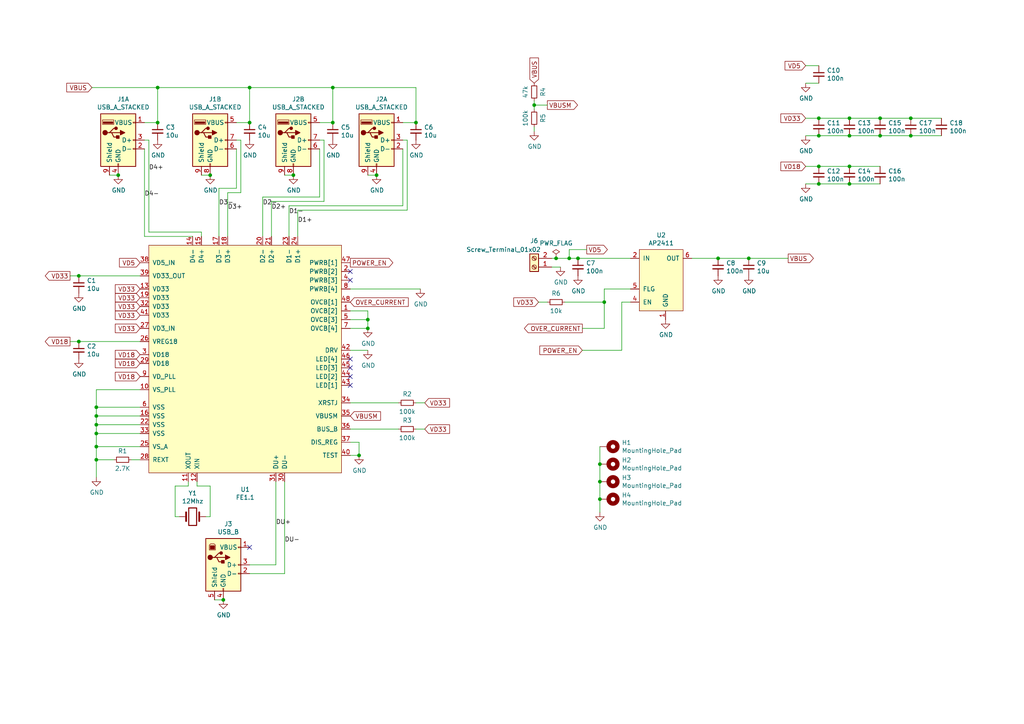
<source format=kicad_sch>
(kicad_sch (version 20211123) (generator eeschema)
  (paper "A4")
  (lib_symbols
    (symbol "Connector:Screw_Terminal_01x02" (pin_names (offset 1.016) hide)
      (property "Reference" "J" (at 0 2.54 0))
      (property "Value" "Screw_Terminal_01x02" (at 0 -5.08 0))
      (symbol "Screw_Terminal_01x02_1_1"
        (rectangle (start -1.27 1.27) (end 1.27 -3.81) (stroke (width 0.254)) (fill (type background)))
        (circle (center 0 -2.54) (radius 0.635) (stroke (width 0.1524)))
        (polyline (pts (xy -0.5334 -2.2098) (xy 0.3302 -3.048)) (stroke (width 0.1524)))
        (polyline (pts (xy -0.5334 0.3302) (xy 0.3302 -0.508)) (stroke (width 0.1524)))
        (polyline (pts (xy -0.3556 -2.032) (xy 0.508 -2.8702)) (stroke (width 0.1524)))
        (polyline (pts (xy -0.3556 0.508) (xy 0.508 -0.3302)) (stroke (width 0.1524)))
        (circle (center 0 0) (radius 0.635) (stroke (width 0.1524)))
        (pin passive line (at -5.08 0 0) (length 3.81) (name "Pin_1") (number "1"))
        (pin passive line (at -5.08 -2.54 0) (length 3.81) (name "Pin_2") (number "2"))
      )
    )
    (symbol "Connector:USB_B" (pin_names (offset 1.016))
      (property "Reference" "J" (at -5.08 11.43 0))
      (property "Value" "USB_B" (at -5.08 8.89 0))
      (symbol "USB_B_0_1"
        (rectangle (start -5.08 -7.62) (end 5.08 7.62) (stroke (width 0.254)) (fill (type background)))
        (circle (center -3.81 2.159) (radius 0.635) (stroke (width 0.254)) (fill (type outline)))
        (rectangle (start -3.81 5.588) (end -2.54 4.572) (fill (type outline)))
        (circle (center -0.635 3.429) (radius 0.381) (stroke (width 0.254)) (fill (type outline)))
        (rectangle (start -0.127 -7.62) (end 0.127 -6.858))
        (polyline (pts (xy -1.905 2.159) (xy 0.635 2.159)) (stroke (width 0.254)))
        (polyline (pts (xy -3.175 2.159) (xy -2.54 2.159) (xy -1.27 3.429) (xy -0.635 3.429)) (stroke (width 0.254)))
        (polyline (pts (xy -2.54 2.159) (xy -1.905 2.159) (xy -1.27 0.889) (xy 0 0.889)) (stroke (width 0.254)))
        (polyline (pts (xy 0.635 2.794) (xy 0.635 1.524) (xy 1.905 2.159) (xy 0.635 2.794)) (stroke (width 0.254)) (fill (type outline)))
        (polyline (pts (xy -4.064 4.318) (xy -2.286 4.318) (xy -2.286 5.715) (xy -2.667 6.096) (xy -3.683 6.096) (xy -4.064 5.715) (xy -4.064 4.318)))
        (rectangle (start 0.254 1.27) (end -0.508 0.508) (stroke (width 0.254)) (fill (type outline)))
        (rectangle (start 5.08 -2.667) (end 4.318 -2.413))
        (rectangle (start 5.08 -0.127) (end 4.318 0.127))
        (rectangle (start 5.08 4.953) (end 4.318 5.207))
      )
      (symbol "USB_B_1_1"
        (pin power_out line (at 7.62 5.08 180) (length 2.54) (name "VBUS") (number "1"))
        (pin bidirectional line (at 7.62 -2.54 180) (length 2.54) (name "D-") (number "2"))
        (pin bidirectional line (at 7.62 0 180) (length 2.54) (name "D+") (number "3"))
        (pin power_out line (at 0 -10.16 90) (length 2.54) (name "GND") (number "4"))
        (pin passive line (at -2.54 -10.16 90) (length 2.54) (name "Shield") (number "5"))
      )
    )
    (symbol "Device:C_Small" (pin_numbers hide) (pin_names (offset 0.254) hide)
      (property "Reference" "C" (at 0.254 1.778 0))
      (property "Value" "C_Small" (at 0.254 -2.032 0))
      (symbol "C_Small_0_1"
        (polyline (pts (xy -1.524 -0.508) (xy 1.524 -0.508)) (stroke (width 0.3302)))
        (polyline (pts (xy -1.524 0.508) (xy 1.524 0.508)) (stroke (width 0.3048)))
      )
      (symbol "C_Small_1_1"
        (pin passive line (at 0 2.54 270) (length 2.032) (name "~") (number "1"))
        (pin passive line (at 0 -2.54 90) (length 2.032) (name "~") (number "2"))
      )
    )
    (symbol "Device:Crystal" (pin_numbers hide) (pin_names (offset 1.016) hide)
      (property "Reference" "Y" (at 0 3.81 0))
      (property "Value" "Crystal" (at 0 -3.81 0))
      (symbol "Crystal_0_1"
        (rectangle (start -1.143 2.54) (end 1.143 -2.54) (stroke (width 0.3048)))
        (polyline (pts (xy -2.54 0) (xy -1.905 0)))
        (polyline (pts (xy -1.905 -1.27) (xy -1.905 1.27)) (stroke (width 0.508)))
        (polyline (pts (xy 1.905 -1.27) (xy 1.905 1.27)) (stroke (width 0.508)))
        (polyline (pts (xy 2.54 0) (xy 1.905 0)))
      )
      (symbol "Crystal_1_1"
        (pin passive line (at -3.81 0 0) (length 1.27) (name "1") (number "1"))
        (pin passive line (at 3.81 0 180) (length 1.27) (name "2") (number "2"))
      )
    )
    (symbol "Device:R_Small" (pin_numbers hide) (pin_names (offset 0.254) hide)
      (property "Reference" "R" (at 0.762 0.508 0))
      (property "Value" "R_Small" (at 0.762 -1.016 0))
      (symbol "R_Small_0_1"
        (rectangle (start -0.762 1.778) (end 0.762 -1.778) (stroke (width 0.2032)))
      )
      (symbol "R_Small_1_1"
        (pin passive line (at 0 2.54 270) (length 0.762) (name "~") (number "1"))
        (pin passive line (at 0 -2.54 90) (length 0.762) (name "~") (number "2"))
      )
    )
    (symbol "Mechanical:MountingHole_Pad" (pin_numbers hide) (pin_names (offset 1.016) hide)
      (property "Reference" "H" (at 0 6.35 0))
      (property "Value" "MountingHole_Pad" (at 0 4.445 0))
      (symbol "MountingHole_Pad_0_1"
        (circle (center 0 1.27) (radius 1.27) (stroke (width 1.27)))
      )
      (symbol "MountingHole_Pad_1_1"
        (pin input line (at 0 -2.54 90) (length 2.54) (name "1") (number "1"))
      )
    )
    (symbol "USBHub:AP2411" (pin_names (offset 1.016))
      (property "Reference" "U" (at 0 2.54 0))
      (property "Value" "AP2411" (at -2.54 10.16 0))
      (symbol "AP2411_0_0"
        (pin no_connect line (at 8.89 1.27 180) (length 2.54) hide (name "NC") (number "8"))
      )
      (symbol "AP2411_0_1"
        (rectangle (start -6.35 8.89) (end 6.35 -8.89) (fill (type background)))
      )
      (symbol "AP2411_1_1"
        (pin power_in line (at 1.27 -11.43 90) (length 2.54) (name "GND") (number "1"))
        (pin power_in line (at -8.89 6.35 0) (length 2.54) (name "IN") (number "2"))
        (pin passive line (at -8.89 6.35 0) (length 2.54) hide (name "IN") (number "3"))
        (pin input line (at -8.89 -6.35 0) (length 2.54) (name "EN") (number "4"))
        (pin output line (at -8.89 -2.54 0) (length 2.54) (name "FLG") (number "5"))
        (pin power_out line (at 8.89 6.35 180) (length 2.54) (name "OUT") (number "6"))
        (pin passive line (at 8.89 6.35 180) (length 2.54) hide (name "OUT") (number "7"))
      )
    )
    (symbol "USBHub:FE1.1" (pin_names (offset 1.016))
      (property "Reference" "U" (at 0 1.27 0))
      (property "Value" "FE1.1" (at 0 -1.27 0))
      (symbol "FE1.1_0_1"
        (rectangle (start -27.94 33.02) (end 27.94 -33.02) (fill (type background)))
      )
      (symbol "FE1.1_1_1"
        (pin input line (at 30.48 13.97 180) (length 2.54) (name "OVCB[2]") (number "1"))
        (pin power_in line (at -30.48 -8.89 0) (length 2.54) (name "VS_PLL") (number "10"))
        (pin bidirectional line (at -16.51 -35.56 90) (length 2.54) (name "XOUT") (number "11"))
        (pin bidirectional line (at -13.97 -35.56 90) (length 2.54) (name "XIN") (number "12"))
        (pin power_in line (at -30.48 20.32 0) (length 2.54) (name "VD33") (number "13"))
        (pin bidirectional line (at -15.24 35.56 270) (length 2.54) (name "D4-") (number "14"))
        (pin bidirectional line (at -12.7 35.56 270) (length 2.54) (name "D4+") (number "15"))
        (pin power_in line (at -30.48 -16.51 0) (length 2.54) (name "VSS") (number "16"))
        (pin bidirectional line (at -7.62 35.56 270) (length 2.54) (name "D3-") (number "17"))
        (pin bidirectional line (at -5.08 35.56 270) (length 2.54) (name "D3+") (number "18"))
        (pin power_in line (at -30.48 17.78 0) (length 2.54) (name "VD33") (number "19"))
        (pin output line (at 30.48 25.4 180) (length 2.54) (name "PWRB[2]") (number "2"))
        (pin bidirectional line (at 5.08 35.56 270) (length 2.54) (name "D2-") (number "20"))
        (pin bidirectional line (at 7.62 35.56 270) (length 2.54) (name "D2+") (number "21"))
        (pin power_in line (at -30.48 -19.05 0) (length 2.54) (name "VSS") (number "22"))
        (pin bidirectional line (at 12.7 35.56 270) (length 2.54) (name "D1-") (number "23"))
        (pin bidirectional line (at 15.24 35.56 270) (length 2.54) (name "D1+") (number "24"))
        (pin power_in line (at -30.48 -25.4 0) (length 2.54) (name "VS_A") (number "25"))
        (pin power_out line (at -30.48 5.08 0) (length 2.54) (name "VREG18") (number "26"))
        (pin power_in line (at -30.48 8.89 0) (length 2.54) (name "VD3_IN") (number "27"))
        (pin bidirectional line (at -30.48 -29.21 0) (length 2.54) (name "REXT") (number "28"))
        (pin power_in line (at -30.48 -1.27 0) (length 2.54) (name "VD18") (number "29"))
        (pin power_in line (at -30.48 1.27 0) (length 2.54) (name "VD18") (number "3"))
        (pin bidirectional line (at 11.43 -35.56 90) (length 2.54) (name "DU-") (number "30"))
        (pin bidirectional line (at 8.89 -35.56 90) (length 2.54) (name "DU+") (number "31"))
        (pin power_in line (at -30.48 15.24 0) (length 2.54) (name "VD33") (number "32"))
        (pin power_in line (at -30.48 -21.59 0) (length 2.54) (name "VSS") (number "33"))
        (pin input line (at 30.48 -12.7 180) (length 2.54) (name "XRSTJ") (number "34"))
        (pin input line (at 30.48 -16.51 180) (length 2.54) (name "VBUSM") (number "35"))
        (pin input line (at 30.48 -20.32 180) (length 2.54) (name "BUS_B") (number "36"))
        (pin input line (at 30.48 -24.13 180) (length 2.54) (name "DIS_REG") (number "37"))
        (pin power_in line (at -30.48 27.94 0) (length 2.54) (name "VD5_IN") (number "38"))
        (pin power_out line (at -30.48 24.13 0) (length 2.54) (name "VD33_OUT") (number "39"))
        (pin output line (at 30.48 22.86 180) (length 2.54) (name "PWRB[3]") (number "4"))
        (pin input line (at 30.48 -27.94 180) (length 2.54) (name "TEST") (number "40"))
        (pin power_in line (at -30.48 12.7 0) (length 2.54) (name "VD33") (number "41"))
        (pin bidirectional line (at 30.48 2.54 180) (length 2.54) (name "DRV") (number "42"))
        (pin bidirectional line (at 30.48 -7.62 180) (length 2.54) (name "LED[1]") (number "43"))
        (pin bidirectional line (at 30.48 -5.08 180) (length 2.54) (name "LED[2]") (number "44"))
        (pin bidirectional line (at 30.48 -2.54 180) (length 2.54) (name "LED[3]") (number "45"))
        (pin bidirectional line (at 30.48 0 180) (length 2.54) (name "LED[4]") (number "46"))
        (pin output line (at 30.48 27.94 180) (length 2.54) (name "PWRB[1]") (number "47"))
        (pin input line (at 30.48 16.51 180) (length 2.54) (name "OVCB[1]") (number "48"))
        (pin input line (at 30.48 11.43 180) (length 2.54) (name "OVCB[3]") (number "5"))
        (pin power_in line (at -30.48 -13.97 0) (length 2.54) (name "VSS") (number "6"))
        (pin input line (at 30.48 8.89 180) (length 2.54) (name "OVCB[4]") (number "7"))
        (pin bidirectional line (at 30.48 20.32 180) (length 2.54) (name "PWRB[4]") (number "8"))
        (pin power_in line (at -30.48 -5.08 0) (length 2.54) (name "VD_PLL") (number "9"))
      )
    )
    (symbol "USBHub:USB_A_STACKED" (pin_names (offset 1.016))
      (property "Reference" "J" (at 0 0 0))
      (property "Value" "USB_A_STACKED" (at 0 0 0))
      (symbol "USB_A_STACKED_0_1"
        (pin passive line (at -2.54 -19.05 90) (length 2.54) (name "Shield") (number "9"))
      )
      (symbol "USB_A_STACKED_1_1"
        (rectangle (start -5.08 -16.51) (end 5.08 -1.27) (stroke (width 0.254)) (fill (type background)))
        (circle (center -3.81 -6.731) (radius 0.635) (stroke (width 0.254)) (fill (type outline)))
        (rectangle (start -1.524 -4.064) (end -4.318 -3.556) (fill (type outline)))
        (rectangle (start -1.27 -4.318) (end -4.572 -3.048))
        (circle (center -0.635 -5.461) (radius 0.381) (stroke (width 0.254)) (fill (type outline)))
        (rectangle (start -0.127 -16.51) (end 0.127 -15.748))
        (polyline (pts (xy -1.905 -6.731) (xy 0.635 -6.731)) (stroke (width 0.254)))
        (polyline (pts (xy -3.175 -6.731) (xy -2.54 -6.731) (xy -1.27 -5.461) (xy -0.635 -5.461)) (stroke (width 0.254)))
        (polyline (pts (xy -2.54 -6.731) (xy -1.905 -6.731) (xy -1.27 -8.001) (xy 0 -8.001)) (stroke (width 0.254)))
        (polyline (pts (xy 0.635 -6.096) (xy 0.635 -7.366) (xy 1.905 -6.731) (xy 0.635 -6.096)) (stroke (width 0.254)) (fill (type outline)))
        (rectangle (start 0.254 -7.62) (end -0.508 -8.382) (stroke (width 0.254)) (fill (type outline)))
        (rectangle (start 5.08 -11.557) (end 4.318 -11.303))
        (rectangle (start 5.08 -9.017) (end 4.318 -8.763))
        (rectangle (start 5.08 -3.937) (end 4.318 -3.683))
        (pin power_in line (at 7.62 -3.81 180) (length 2.54) (name "VBUS") (number "1"))
        (pin bidirectional line (at 7.62 -11.43 180) (length 2.54) (name "D-") (number "2"))
        (pin bidirectional line (at 7.62 -8.89 180) (length 2.54) (name "D+") (number "3"))
        (pin power_in line (at 0 -19.05 90) (length 2.54) (name "GND") (number "4"))
      )
      (symbol "USB_A_STACKED_2_1"
        (rectangle (start -5.08 -16.51) (end 5.08 -1.27) (stroke (width 0.254)) (fill (type background)))
        (circle (center -3.81 -6.731) (radius 0.635) (stroke (width 0.254)) (fill (type outline)))
        (rectangle (start -1.524 -4.064) (end -4.318 -3.556) (fill (type outline)))
        (rectangle (start -1.27 -4.318) (end -4.572 -3.048))
        (circle (center -0.635 -5.461) (radius 0.381) (stroke (width 0.254)) (fill (type outline)))
        (rectangle (start -0.127 -16.51) (end 0.127 -15.748))
        (polyline (pts (xy -1.905 -6.731) (xy 0.635 -6.731)) (stroke (width 0.254)))
        (polyline (pts (xy -3.175 -6.731) (xy -2.54 -6.731) (xy -1.27 -5.461) (xy -0.635 -5.461)) (stroke (width 0.254)))
        (polyline (pts (xy -2.54 -6.731) (xy -1.905 -6.731) (xy -1.27 -8.001) (xy 0 -8.001)) (stroke (width 0.254)))
        (polyline (pts (xy 0.635 -6.096) (xy 0.635 -7.366) (xy 1.905 -6.731) (xy 0.635 -6.096)) (stroke (width 0.254)) (fill (type outline)))
        (rectangle (start 0.254 -7.62) (end -0.508 -8.382) (stroke (width 0.254)) (fill (type outline)))
        (rectangle (start 5.08 -11.557) (end 4.318 -11.303))
        (rectangle (start 5.08 -9.017) (end 4.318 -8.763))
        (rectangle (start 5.08 -3.937) (end 4.318 -3.683))
        (pin power_in line (at 7.62 -3.81 180) (length 2.54) (name "VBUS") (number "5"))
        (pin bidirectional line (at 7.62 -11.43 180) (length 2.54) (name "D-") (number "6"))
        (pin bidirectional line (at 7.62 -8.89 180) (length 2.54) (name "D+") (number "7"))
        (pin power_in line (at 0 -19.05 90) (length 2.54) (name "GND") (number "8"))
      )
    )
    (symbol "power:GND" (power) (pin_names (offset 0))
      (property "Value" "GND" (at 0 -3.81 0))
      (symbol "GND_0_1"
        (polyline (pts (xy 0 0) (xy 0 -1.27) (xy 1.27 -1.27) (xy 0 -2.54) (xy -1.27 -1.27) (xy 0 -1.27)))
      )
      (symbol "GND_1_1"
        (pin power_in line (at 0 0 270) (length 0) hide (name "GND") (number "1"))
      )
    )
    (symbol "power:PWR_FLAG" (power) (pin_numbers hide) (pin_names (offset 0) hide)
      (property "Value" "PWR_FLAG" (at 0 3.81 0))
      (symbol "PWR_FLAG_0_0"
        (pin power_out line (at 0 0 90) (length 0) (name "pwr") (number "1"))
      )
      (symbol "PWR_FLAG_0_1"
        (polyline (pts (xy 0 0) (xy 0 1.27) (xy -1.016 1.905) (xy 0 2.54) (xy 1.016 1.905) (xy 0 1.27)))
      )
    )
  )
  (junction (at 175.26 87.63))
  (junction (at 27.94 123.19))
  (junction (at 173.99 144.78))
  (junction (at 45.72 25.4))
  (junction (at 104.14 132.08))
  (junction (at 217.17 74.93))
  (junction (at 96.52 25.4))
  (junction (at 72.39 25.4))
  (junction (at 96.52 35.56))
  (junction (at 264.16 34.29))
  (junction (at 246.38 34.29))
  (junction (at 255.27 39.37))
  (junction (at 165.1 74.93))
  (junction (at 27.94 129.54))
  (junction (at 264.16 39.37))
  (junction (at 72.39 35.56))
  (junction (at 246.38 39.37))
  (junction (at 27.94 118.11))
  (junction (at 22.86 80.01))
  (junction (at 34.29 50.8))
  (junction (at 237.49 39.37))
  (junction (at 167.64 74.93))
  (junction (at 161.29 74.93))
  (junction (at 45.72 35.56))
  (junction (at 237.49 48.26))
  (junction (at 27.94 125.73))
  (junction (at 173.99 139.7))
  (junction (at 154.94 30.48))
  (junction (at 27.94 133.35))
  (junction (at 64.77 173.99))
  (junction (at 237.49 53.34))
  (junction (at 85.09 50.8))
  (junction (at 106.68 92.71))
  (junction (at 106.68 95.25))
  (junction (at 246.38 53.34))
  (junction (at 60.96 50.8))
  (junction (at 109.22 50.8))
  (junction (at 120.65 35.56))
  (junction (at 208.28 74.93))
  (junction (at 237.49 34.29))
  (junction (at 246.38 48.26))
  (junction (at 173.99 134.62))
  (junction (at 27.94 120.65))
  (junction (at 22.86 99.06))
  (junction (at 255.27 34.29))
  (no_connect (at 101.6 78.74))
  (no_connect (at 101.6 111.76))
  (no_connect (at 101.6 81.28))
  (no_connect (at 72.39 158.75))
  (no_connect (at 101.6 106.68))
  (no_connect (at 101.6 104.14))
  (no_connect (at 101.6 109.22))
  (wire (pts (xy 208.28 74.93) (xy 217.17 74.93)))
  (wire (pts (xy 22.86 99.06) (xy 20.32 99.06)))
  (wire (pts (xy 40.64 125.73) (xy 27.94 125.73)))
  (wire (pts (xy 182.88 83.82) (xy 175.26 83.82)))
  (wire (pts (xy 120.65 124.46) (xy 123.19 124.46)))
  (wire (pts (xy 182.88 87.63) (xy 180.34 87.63)))
  (wire (pts (xy 118.11 40.64) (xy 116.84 40.64)))
  (wire (pts (xy 180.34 87.63) (xy 180.34 101.6)))
  (wire (pts (xy 106.68 90.17) (xy 106.68 92.71)))
  (wire (pts (xy 50.8 149.86) (xy 52.07 149.86)))
  (wire (pts (xy 50.8 140.97) (xy 50.8 149.86)))
  (wire (pts (xy 83.82 68.58) (xy 83.82 59.69)))
  (wire (pts (xy 101.6 101.6) (xy 106.68 101.6)))
  (wire (pts (xy 27.94 133.35) (xy 27.94 138.43)))
  (wire (pts (xy 175.26 87.63) (xy 163.83 87.63)))
  (wire (pts (xy 72.39 166.37) (xy 82.55 166.37)))
  (wire (pts (xy 27.94 113.03) (xy 27.94 118.11)))
  (wire (pts (xy 76.2 68.58) (xy 76.2 57.15)))
  (wire (pts (xy 93.98 40.64) (xy 92.71 40.64)))
  (wire (pts (xy 154.94 29.21) (xy 154.94 30.48)))
  (wire (pts (xy 40.64 133.35) (xy 38.1 133.35)))
  (wire (pts (xy 78.74 68.58) (xy 78.74 58.42)))
  (wire (pts (xy 161.29 74.93) (xy 165.1 74.93)))
  (wire (pts (xy 80.01 163.83) (xy 80.01 139.7)))
  (wire (pts (xy 45.72 25.4) (xy 45.72 35.56)))
  (wire (pts (xy 72.39 25.4) (xy 96.52 25.4)))
  (wire (pts (xy 27.94 125.73) (xy 27.94 129.54)))
  (wire (pts (xy 92.71 57.15) (xy 76.2 57.15)))
  (wire (pts (xy 72.39 25.4) (xy 72.39 35.56)))
  (wire (pts (xy 237.49 53.34) (xy 246.38 53.34)))
  (wire (pts (xy 175.26 95.25) (xy 168.91 95.25)))
  (wire (pts (xy 237.49 39.37) (xy 246.38 39.37)))
  (wire (pts (xy 54.61 139.7) (xy 54.61 140.97)))
  (wire (pts (xy 233.68 24.13) (xy 237.49 24.13)))
  (wire (pts (xy 58.42 50.8) (xy 60.96 50.8)))
  (wire (pts (xy 26.67 25.4) (xy 45.72 25.4)))
  (wire (pts (xy 233.68 34.29) (xy 237.49 34.29)))
  (wire (pts (xy 237.49 48.26) (xy 246.38 48.26)))
  (wire (pts (xy 101.6 124.46) (xy 115.57 124.46)))
  (wire (pts (xy 200.66 74.93) (xy 208.28 74.93)))
  (wire (pts (xy 57.15 139.7) (xy 57.15 140.97)))
  (wire (pts (xy 101.6 90.17) (xy 106.68 90.17)))
  (wire (pts (xy 69.85 55.88) (xy 69.85 40.64)))
  (wire (pts (xy 27.94 129.54) (xy 27.94 133.35)))
  (wire (pts (xy 106.68 92.71) (xy 106.68 95.25)))
  (wire (pts (xy 66.04 68.58) (xy 66.04 55.88)))
  (wire (pts (xy 45.72 25.4) (xy 72.39 25.4)))
  (wire (pts (xy 246.38 48.26) (xy 255.27 48.26)))
  (wire (pts (xy 116.84 35.56) (xy 120.65 35.56)))
  (wire (pts (xy 246.38 53.34) (xy 255.27 53.34)))
  (wire (pts (xy 96.52 25.4) (xy 120.65 25.4)))
  (wire (pts (xy 68.58 35.56) (xy 72.39 35.56)))
  (wire (pts (xy 160.02 77.47) (xy 162.56 77.47)))
  (wire (pts (xy 106.68 50.8) (xy 109.22 50.8)))
  (wire (pts (xy 60.96 149.86) (xy 59.69 149.86)))
  (wire (pts (xy 120.65 116.84) (xy 123.19 116.84)))
  (wire (pts (xy 175.26 83.82) (xy 175.26 87.63)))
  (wire (pts (xy 264.16 34.29) (xy 273.05 34.29)))
  (wire (pts (xy 69.85 40.64) (xy 68.58 40.64)))
  (wire (pts (xy 173.99 134.62) (xy 173.99 139.7)))
  (wire (pts (xy 83.82 59.69) (xy 116.84 59.69)))
  (wire (pts (xy 165.1 74.93) (xy 165.1 72.39)))
  (wire (pts (xy 63.5 68.58) (xy 63.5 54.61)))
  (wire (pts (xy 158.75 30.48) (xy 154.94 30.48)))
  (wire (pts (xy 58.42 67.31) (xy 43.18 67.31)))
  (wire (pts (xy 167.64 74.93) (xy 182.88 74.93)))
  (wire (pts (xy 72.39 163.83) (xy 80.01 163.83)))
  (wire (pts (xy 43.18 67.31) (xy 43.18 40.64)))
  (wire (pts (xy 175.26 87.63) (xy 175.26 95.25)))
  (wire (pts (xy 62.23 173.99) (xy 64.77 173.99)))
  (wire (pts (xy 86.36 60.96) (xy 118.11 60.96)))
  (wire (pts (xy 93.98 40.64) (xy 93.98 58.42)))
  (wire (pts (xy 233.68 53.34) (xy 237.49 53.34)))
  (wire (pts (xy 86.36 68.58) (xy 86.36 60.96)))
  (wire (pts (xy 33.02 133.35) (xy 27.94 133.35)))
  (wire (pts (xy 246.38 39.37) (xy 255.27 39.37)))
  (wire (pts (xy 233.68 19.05) (xy 237.49 19.05)))
  (wire (pts (xy 173.99 139.7) (xy 173.99 144.78)))
  (wire (pts (xy 104.14 128.27) (xy 104.14 132.08)))
  (wire (pts (xy 160.02 74.93) (xy 161.29 74.93)))
  (wire (pts (xy 156.21 87.63) (xy 158.75 87.63)))
  (wire (pts (xy 66.04 55.88) (xy 69.85 55.88)))
  (wire (pts (xy 101.6 132.08) (xy 104.14 132.08)))
  (wire (pts (xy 96.52 25.4) (xy 96.52 35.56)))
  (wire (pts (xy 165.1 72.39) (xy 170.18 72.39)))
  (wire (pts (xy 54.61 140.97) (xy 50.8 140.97)))
  (wire (pts (xy 31.75 50.8) (xy 34.29 50.8)))
  (wire (pts (xy 40.64 123.19) (xy 27.94 123.19)))
  (wire (pts (xy 101.6 95.25) (xy 106.68 95.25)))
  (wire (pts (xy 101.6 128.27) (xy 104.14 128.27)))
  (wire (pts (xy 40.64 120.65) (xy 27.94 120.65)))
  (wire (pts (xy 173.99 144.78) (xy 173.99 148.59)))
  (wire (pts (xy 43.18 40.64) (xy 41.91 40.64)))
  (wire (pts (xy 55.88 68.58) (xy 41.91 68.58)))
  (wire (pts (xy 264.16 39.37) (xy 273.05 39.37)))
  (wire (pts (xy 180.34 101.6) (xy 168.91 101.6)))
  (wire (pts (xy 255.27 39.37) (xy 264.16 39.37)))
  (wire (pts (xy 92.71 43.18) (xy 92.71 57.15)))
  (wire (pts (xy 237.49 34.29) (xy 246.38 34.29)))
  (wire (pts (xy 246.38 34.29) (xy 255.27 34.29)))
  (wire (pts (xy 154.94 36.83) (xy 154.94 38.1)))
  (wire (pts (xy 41.91 35.56) (xy 45.72 35.56)))
  (wire (pts (xy 101.6 92.71) (xy 106.68 92.71)))
  (wire (pts (xy 41.91 68.58) (xy 41.91 43.18)))
  (wire (pts (xy 165.1 74.93) (xy 167.64 74.93)))
  (wire (pts (xy 173.99 129.54) (xy 173.99 134.62)))
  (wire (pts (xy 40.64 129.54) (xy 27.94 129.54)))
  (wire (pts (xy 82.55 50.8) (xy 85.09 50.8)))
  (wire (pts (xy 101.6 116.84) (xy 115.57 116.84)))
  (wire (pts (xy 116.84 59.69) (xy 116.84 43.18)))
  (wire (pts (xy 120.65 25.4) (xy 120.65 35.56)))
  (wire (pts (xy 233.68 48.26) (xy 237.49 48.26)))
  (wire (pts (xy 22.86 80.01) (xy 40.64 80.01)))
  (wire (pts (xy 22.86 80.01) (xy 20.32 80.01)))
  (wire (pts (xy 27.94 120.65) (xy 27.94 123.19)))
  (wire (pts (xy 40.64 99.06) (xy 22.86 99.06)))
  (wire (pts (xy 57.15 140.97) (xy 60.96 140.97)))
  (wire (pts (xy 58.42 68.58) (xy 58.42 67.31)))
  (wire (pts (xy 82.55 166.37) (xy 82.55 139.7)))
  (wire (pts (xy 255.27 34.29) (xy 264.16 34.29)))
  (wire (pts (xy 27.94 118.11) (xy 27.94 120.65)))
  (wire (pts (xy 101.6 83.82) (xy 121.92 83.82)))
  (wire (pts (xy 40.64 113.03) (xy 27.94 113.03)))
  (wire (pts (xy 60.96 140.97) (xy 60.96 149.86)))
  (wire (pts (xy 118.11 60.96) (xy 118.11 40.64)))
  (wire (pts (xy 27.94 123.19) (xy 27.94 125.73)))
  (wire (pts (xy 40.64 118.11) (xy 27.94 118.11)))
  (wire (pts (xy 68.58 54.61) (xy 68.58 43.18)))
  (wire (pts (xy 233.68 39.37) (xy 237.49 39.37)))
  (wire (pts (xy 154.94 30.48) (xy 154.94 31.75)))
  (wire (pts (xy 217.17 74.93) (xy 228.6 74.93)))
  (wire (pts (xy 63.5 54.61) (xy 68.58 54.61)))
  (wire (pts (xy 92.71 35.56) (xy 96.52 35.56)))
  (wire (pts (xy 78.74 58.42) (xy 93.98 58.42)))
  (label "D3+" (at 66.04 60.96 0))
  (label "D1-" (at 83.82 62.23 0))
  (label "D4-" (at 41.91 57.15 0))
  (label "D3-" (at 63.5 59.69 0))
  (label "D2+" (at 78.74 60.96 0))
  (label "D4+" (at 43.18 49.53 0))
  (label "DU+" (at 80.01 152.4 0))
  (label "D1+" (at 86.36 64.77 0))
  (label "DU-" (at 82.55 157.48 0))
  (label "D2-" (at 76.2 59.69 0))
  (global_label "VD5" (shape input) (at 233.68 19.05 180) (property "Intersheet References" "${INTERSHEET_REFS}" (effects hide)))
  (global_label "OVER_CURRENT" (shape input) (at 101.6 87.63 0) (property "Intersheet References" "${INTERSHEET_REFS}" (effects hide)))
  (global_label "VD18" (shape input) (at 40.64 105.41 180) (property "Intersheet References" "${INTERSHEET_REFS}" (effects hide)))
  (global_label "VD18" (shape output) (at 20.32 99.06 180) (property "Intersheet References" "${INTERSHEET_REFS}" (effects hide)))
  (global_label "VD33" (shape input) (at 40.64 88.9 180) (property "Intersheet References" "${INTERSHEET_REFS}" (effects hide)))
  (global_label "VBUSM" (shape output) (at 158.75 30.48 0) (property "Intersheet References" "${INTERSHEET_REFS}" (effects hide)))
  (global_label "VBUSM" (shape input) (at 101.6 120.65 0) (property "Intersheet References" "${INTERSHEET_REFS}" (effects hide)))
  (global_label "VD18" (shape input) (at 40.64 109.22 180) (property "Intersheet References" "${INTERSHEET_REFS}" (effects hide)))
  (global_label "VD33" (shape input) (at 123.19 124.46 0) (property "Intersheet References" "${INTERSHEET_REFS}" (effects hide)))
  (global_label "VD5" (shape input) (at 40.64 76.2 180) (property "Intersheet References" "${INTERSHEET_REFS}" (effects hide)))
  (global_label "OVER_CURRENT" (shape output) (at 168.91 95.25 180) (property "Intersheet References" "${INTERSHEET_REFS}" (effects hide)))
  (global_label "VD18" (shape input) (at 40.64 102.87 180) (property "Intersheet References" "${INTERSHEET_REFS}" (effects hide)))
  (global_label "VD33" (shape input) (at 40.64 95.25 180) (property "Intersheet References" "${INTERSHEET_REFS}" (effects hide)))
  (global_label "VD33" (shape input) (at 40.64 83.82 180) (property "Intersheet References" "${INTERSHEET_REFS}" (effects hide)))
  (global_label "VD18" (shape input) (at 233.68 48.26 180) (property "Intersheet References" "${INTERSHEET_REFS}" (effects hide)))
  (global_label "VD33" (shape input) (at 123.19 116.84 0) (property "Intersheet References" "${INTERSHEET_REFS}" (effects hide)))
  (global_label "VBUS" (shape input) (at 26.67 25.4 180) (property "Intersheet References" "${INTERSHEET_REFS}" (effects hide)))
  (global_label "VD33" (shape input) (at 156.21 87.63 180) (property "Intersheet References" "${INTERSHEET_REFS}" (effects hide)))
  (global_label "VD33" (shape input) (at 233.68 34.29 180) (property "Intersheet References" "${INTERSHEET_REFS}" (effects hide)))
  (global_label "POWER_EN" (shape input) (at 168.91 101.6 180) (property "Intersheet References" "${INTERSHEET_REFS}" (effects hide)))
  (global_label "VBUS" (shape output) (at 228.6 74.93 0) (property "Intersheet References" "${INTERSHEET_REFS}" (effects hide)))
  (global_label "VD33" (shape output) (at 20.32 80.01 180) (property "Intersheet References" "${INTERSHEET_REFS}" (effects hide)))
  (global_label "POWER_EN" (shape output) (at 101.6 76.2 0) (property "Intersheet References" "${INTERSHEET_REFS}" (effects hide)))
  (global_label "VD33" (shape input) (at 40.64 91.44 180) (property "Intersheet References" "${INTERSHEET_REFS}" (effects hide)))
  (global_label "VBUS" (shape input) (at 154.94 24.13 90) (property "Intersheet References" "${INTERSHEET_REFS}" (effects hide)))
  (global_label "VD33" (shape input) (at 40.64 86.36 180) (property "Intersheet References" "${INTERSHEET_REFS}" (effects hide)))
  (global_label "VD5" (shape output) (at 170.18 72.39 0) (property "Intersheet References" "${INTERSHEET_REFS}" (effects hide)))
  (symbol (lib_id "USBHub:FE1.1") (at 71.12 104.14 0) (unit 1)
    (property "Reference" "U1" (at 71.12 141.9606 0))
    (property "Value" "FE1.1" (at 71.12 144.272 0))
    (property "Footprint" "USBHub:FE1_1_QFP48" (effects hide))
  )
  (symbol (lib_id "Device:Crystal") (at 55.88 149.86 0) (unit 1)
    (property "Reference" "Y1" (at 55.88 143.0528 0))
    (property "Value" "12Mhz" (at 55.88 145.3642 0))
    (property "Footprint" "Crystal:Crystal_SMD_0603-2Pin_6.0x3.5mm_HandSoldering" (effects hide))
    (property "Part#" "F61200046CT-ND" (effects hide))
    (property "Vendor" "digikey" (effects hide))
  )
  (symbol (lib_id "power:GND") (at 27.94 138.43 0) (unit 1)
    (property "Reference" "#PWR0101" (effects hide))
    (property "Value" "GND" (at 28.067 142.8242 0))
  )
  (symbol (lib_id "Device:R_Small") (at 35.56 133.35 270) (unit 1)
    (property "Reference" "R1" (at 35.56 130.81 90))
    (property "Value" "2.7K" (at 35.56 135.89 90))
    (property "Footprint" "Resistor_SMD:R_0603_1608Metric_Pad0.98x0.95mm_HandSolder" (effects hide))
    (property "Part#" "311-2.7KGRCT-ND" (effects hide))
    (property "Vendor" "digikey" (effects hide))
  )
  (symbol (lib_id "Device:C_Small") (at 22.86 82.55 0) (unit 1)
    (property "Reference" "C1" (at 25.1968 81.3816 0) (effects (justify left)))
    (property "Value" "10u" (at 25.1968 83.693 0) (effects (justify left)))
    (property "Footprint" "Capacitor_SMD:C_0603_1608Metric_Pad1.08x0.95mm_HandSolder" (effects hide))
    (property "Part#" "1276-1038-1-ND" (effects hide))
    (property "Vendor" "digikey" (effects hide))
  )
  (symbol (lib_id "power:GND") (at 22.86 85.09 0) (unit 1)
    (property "Reference" "#PWR0102" (effects hide))
    (property "Value" "GND" (at 22.987 89.4842 0))
  )
  (symbol (lib_id "Device:C_Small") (at 22.86 101.6 0) (unit 1)
    (property "Reference" "C2" (at 25.1968 100.4316 0) (effects (justify left)))
    (property "Value" "10u" (at 25.1968 102.743 0) (effects (justify left)))
    (property "Footprint" "Capacitor_SMD:C_0603_1608Metric_Pad1.08x0.95mm_HandSolder" (effects hide))
    (property "Part#" "1276-1038-1-ND" (effects hide))
    (property "Vendor" "digikey" (effects hide))
  )
  (symbol (lib_id "power:GND") (at 22.86 104.14 0) (unit 1)
    (property "Reference" "#PWR0103" (effects hide))
    (property "Value" "GND" (at 22.987 108.5342 0))
  )
  (symbol (lib_id "Device:C_Small") (at 237.49 21.59 0) (unit 1)
    (property "Reference" "C10" (at 239.8268 20.4216 0) (effects (justify left)))
    (property "Value" "100n" (at 239.8268 22.733 0) (effects (justify left)))
    (property "Footprint" "Capacitor_SMD:C_0603_1608Metric_Pad1.08x0.95mm_HandSolder" (effects hide))
    (property "Part#" "1276-1935-1-ND" (effects hide))
    (property "Vendor" "digikey" (effects hide))
  )
  (symbol (lib_id "power:GND") (at 233.68 24.13 0) (unit 1)
    (property "Reference" "#PWR0104" (effects hide))
    (property "Value" "GND" (at 233.807 28.5242 0))
  )
  (symbol (lib_id "Device:C_Small") (at 237.49 36.83 0) (unit 1)
    (property "Reference" "C11" (at 239.8268 35.6616 0) (effects (justify left)))
    (property "Value" "100n" (at 239.8268 37.973 0) (effects (justify left)))
    (property "Footprint" "Capacitor_SMD:C_0603_1608Metric_Pad1.08x0.95mm_HandSolder" (effects hide))
    (property "Part#" "1276-1935-1-ND" (effects hide))
    (property "Vendor" "digikey" (effects hide))
  )
  (symbol (lib_id "Device:C_Small") (at 246.38 36.83 0) (unit 1)
    (property "Reference" "C13" (at 248.7168 35.6616 0) (effects (justify left)))
    (property "Value" "100n" (at 248.7168 37.973 0) (effects (justify left)))
    (property "Footprint" "Capacitor_SMD:C_0603_1608Metric_Pad1.08x0.95mm_HandSolder" (effects hide))
    (property "Part#" "1276-1935-1-ND" (effects hide))
    (property "Vendor" "digikey" (effects hide))
  )
  (symbol (lib_id "Device:C_Small") (at 255.27 36.83 0) (unit 1)
    (property "Reference" "C15" (at 257.6068 35.6616 0) (effects (justify left)))
    (property "Value" "100n" (at 257.6068 37.973 0) (effects (justify left)))
    (property "Footprint" "Capacitor_SMD:C_0603_1608Metric_Pad1.08x0.95mm_HandSolder" (effects hide))
    (property "Part#" "1276-1935-1-ND" (effects hide))
    (property "Vendor" "digikey" (effects hide))
  )
  (symbol (lib_id "Device:C_Small") (at 264.16 36.83 0) (unit 1)
    (property "Reference" "C17" (at 266.4968 35.6616 0) (effects (justify left)))
    (property "Value" "100n" (at 266.4968 37.973 0) (effects (justify left)))
    (property "Footprint" "Capacitor_SMD:C_0603_1608Metric_Pad1.08x0.95mm_HandSolder" (effects hide))
    (property "Part#" "1276-1935-1-ND" (effects hide))
    (property "Vendor" "digikey" (effects hide))
  )
  (symbol (lib_id "Device:C_Small") (at 273.05 36.83 0) (unit 1)
    (property "Reference" "C18" (at 275.3868 35.6616 0) (effects (justify left)))
    (property "Value" "100n" (at 275.3868 37.973 0) (effects (justify left)))
    (property "Footprint" "Capacitor_SMD:C_0603_1608Metric_Pad1.08x0.95mm_HandSolder" (effects hide))
    (property "Part#" "1276-1935-1-ND" (effects hide))
    (property "Vendor" "digikey" (effects hide))
  )
  (symbol (lib_id "power:GND") (at 233.68 39.37 0) (unit 1)
    (property "Reference" "#PWR0105" (effects hide))
    (property "Value" "GND" (at 233.807 43.7642 0))
  )
  (symbol (lib_id "Device:C_Small") (at 237.49 50.8 0) (unit 1)
    (property "Reference" "C12" (at 239.8268 49.6316 0) (effects (justify left)))
    (property "Value" "100n" (at 239.8268 51.943 0) (effects (justify left)))
    (property "Footprint" "Capacitor_SMD:C_0603_1608Metric_Pad1.08x0.95mm_HandSolder" (effects hide))
    (property "Part#" "1276-1935-1-ND" (effects hide))
    (property "Vendor" "digikey" (effects hide))
  )
  (symbol (lib_id "Device:C_Small") (at 246.38 50.8 0) (unit 1)
    (property "Reference" "C14" (at 248.7168 49.6316 0) (effects (justify left)))
    (property "Value" "100n" (at 248.7168 51.943 0) (effects (justify left)))
    (property "Footprint" "Capacitor_SMD:C_0603_1608Metric_Pad1.08x0.95mm_HandSolder" (effects hide))
    (property "Part#" "1276-1935-1-ND" (effects hide))
    (property "Vendor" "digikey" (effects hide))
  )
  (symbol (lib_id "Device:C_Small") (at 255.27 50.8 0) (unit 1)
    (property "Reference" "C16" (at 257.6068 49.6316 0) (effects (justify left)))
    (property "Value" "100n" (at 257.6068 51.943 0) (effects (justify left)))
    (property "Footprint" "Capacitor_SMD:C_0603_1608Metric_Pad1.08x0.95mm_HandSolder" (effects hide))
    (property "Part#" "1276-1935-1-ND" (effects hide))
    (property "Vendor" "digikey" (effects hide))
  )
  (symbol (lib_id "power:GND") (at 233.68 53.34 0) (unit 1)
    (property "Reference" "#PWR0106" (effects hide))
    (property "Value" "GND" (at 233.807 57.7342 0))
  )
  (symbol (lib_id "Connector:USB_B") (at 64.77 163.83 0) (unit 1)
    (property "Reference" "J3" (at 66.2178 151.9682 0))
    (property "Value" "USB_B" (at 66.2178 154.2796 0))
    (property "Footprint" "Connector_USB:USB_B_OST_USB-B1HSxx_Horizontal" (effects hide))
    (property "Datasheet" " ~" (effects hide))
    (property "Part#" "ED2983-ND" (effects hide))
    (property "Vendor" "digikey" (effects hide))
  )
  (symbol (lib_id "power:GND") (at 106.68 101.6 0) (unit 1)
    (property "Reference" "#PWR0107" (effects hide))
    (property "Value" "GND" (at 106.807 105.9942 0))
  )
  (symbol (lib_id "Device:R_Small") (at 118.11 124.46 270) (unit 1)
    (property "Reference" "R3" (at 118.11 121.92 90))
    (property "Value" "100k" (at 118.11 127 90))
    (property "Footprint" "Resistor_SMD:R_0603_1608Metric_Pad0.98x0.95mm_HandSolder" (effects hide))
    (property "Part#" "311-100KGRCT-ND" (effects hide))
    (property "Vendor" "digikey" (effects hide))
  )
  (symbol (lib_id "power:GND") (at 34.29 50.8 0) (unit 1)
    (property "Reference" "#PWR0108" (effects hide))
    (property "Value" "GND" (at 34.417 55.1942 0))
  )
  (symbol (lib_id "power:GND") (at 60.96 50.8 0) (unit 1)
    (property "Reference" "#PWR0109" (effects hide))
    (property "Value" "GND" (at 61.087 55.1942 0))
  )
  (symbol (lib_id "power:GND") (at 85.09 50.8 0) (unit 1)
    (property "Reference" "#PWR0110" (effects hide))
    (property "Value" "GND" (at 85.217 55.1942 0))
  )
  (symbol (lib_id "power:GND") (at 109.22 50.8 0) (unit 1)
    (property "Reference" "#PWR0111" (effects hide))
    (property "Value" "GND" (at 109.347 55.1942 0))
  )
  (symbol (lib_id "power:GND") (at 121.92 83.82 0) (unit 1)
    (property "Reference" "#PWR0112" (effects hide))
    (property "Value" "GND" (at 122.047 88.2142 0))
  )
  (symbol (lib_id "power:GND") (at 106.68 95.25 0) (unit 1)
    (property "Reference" "#PWR0113" (effects hide))
    (property "Value" "GND" (at 106.807 99.6442 0))
  )
  (symbol (lib_id "power:GND") (at 104.14 132.08 0) (unit 1)
    (property "Reference" "#PWR0114" (effects hide))
    (property "Value" "GND" (at 104.267 136.4742 0))
  )
  (symbol (lib_id "Device:R_Small") (at 118.11 116.84 270) (unit 1)
    (property "Reference" "R2" (at 118.11 114.3 90))
    (property "Value" "100k" (at 118.11 119.38 90))
    (property "Footprint" "Resistor_SMD:R_0603_1608Metric_Pad0.98x0.95mm_HandSolder" (effects hide))
    (property "Part#" "311-100KGRCT-ND" (effects hide))
    (property "Vendor" "digikey" (effects hide))
  )
  (symbol (lib_id "power:GND") (at 64.77 173.99 0) (unit 1)
    (property "Reference" "#PWR0115" (effects hide))
    (property "Value" "GND" (at 64.897 178.3842 0))
  )
  (symbol (lib_id "Device:R_Small") (at 154.94 26.67 180) (unit 1)
    (property "Reference" "R4" (at 157.48 26.67 90))
    (property "Value" "47k" (at 152.4 26.67 90))
    (property "Footprint" "Resistor_SMD:R_0603_1608Metric_Pad0.98x0.95mm_HandSolder" (effects hide))
    (property "Part#" "311-47KGRCT-ND" (effects hide))
    (property "Vendor" "digikey" (effects hide))
  )
  (symbol (lib_id "Device:R_Small") (at 154.94 34.29 180) (unit 1)
    (property "Reference" "R5" (at 157.48 34.29 90))
    (property "Value" "100k" (at 152.4 34.29 90))
    (property "Footprint" "Resistor_SMD:R_0603_1608Metric_Pad0.98x0.95mm_HandSolder" (effects hide))
    (property "Part#" "311-100KGRCT-ND" (effects hide))
    (property "Vendor" "digikey" (effects hide))
  )
  (symbol (lib_id "power:GND") (at 154.94 38.1 0) (unit 1)
    (property "Reference" "#PWR0116" (effects hide))
    (property "Value" "GND" (at 155.067 42.4942 0))
  )
  (symbol (lib_id "Device:C_Small") (at 45.72 38.1 0) (unit 1)
    (property "Reference" "C3" (at 48.0568 36.9316 0) (effects (justify left)))
    (property "Value" "10u" (at 48.0568 39.243 0) (effects (justify left)))
    (property "Footprint" "Capacitor_SMD:C_0603_1608Metric_Pad1.08x0.95mm_HandSolder" (effects hide))
    (property "Part#" "1276-1038-1-ND" (effects hide))
    (property "Vendor" "digikey" (effects hide))
  )
  (symbol (lib_id "Device:C_Small") (at 72.39 38.1 0) (unit 1)
    (property "Reference" "C4" (at 74.7268 36.9316 0) (effects (justify left)))
    (property "Value" "10u" (at 74.7268 39.243 0) (effects (justify left)))
    (property "Footprint" "Capacitor_SMD:C_0603_1608Metric_Pad1.08x0.95mm_HandSolder" (effects hide))
    (property "Part#" "1276-1038-1-ND" (effects hide))
    (property "Vendor" "digikey" (effects hide))
  )
  (symbol (lib_id "Device:C_Small") (at 96.52 38.1 0) (unit 1)
    (property "Reference" "C5" (at 98.8568 36.9316 0) (effects (justify left)))
    (property "Value" "10u" (at 98.8568 39.243 0) (effects (justify left)))
    (property "Footprint" "Capacitor_SMD:C_0603_1608Metric_Pad1.08x0.95mm_HandSolder" (effects hide))
    (property "Part#" "1276-1038-1-ND" (effects hide))
    (property "Vendor" "digikey" (effects hide))
  )
  (symbol (lib_id "Device:C_Small") (at 120.65 38.1 0) (unit 1)
    (property "Reference" "C6" (at 122.9868 36.9316 0) (effects (justify left)))
    (property "Value" "10u" (at 122.9868 39.243 0) (effects (justify left)))
    (property "Footprint" "Capacitor_SMD:C_0603_1608Metric_Pad1.08x0.95mm_HandSolder" (effects hide))
    (property "Part#" "1276-1038-1-ND" (effects hide))
    (property "Vendor" "digikey" (effects hide))
  )
  (symbol (lib_id "power:GND") (at 45.72 40.64 0) (unit 1)
    (property "Reference" "#PWR0117" (effects hide))
    (property "Value" "GND" (at 45.847 45.0342 0))
  )
  (symbol (lib_id "power:GND") (at 72.39 40.64 0) (unit 1)
    (property "Reference" "#PWR0118" (effects hide))
    (property "Value" "GND" (at 72.517 45.0342 0))
  )
  (symbol (lib_id "power:GND") (at 96.52 40.64 0) (unit 1)
    (property "Reference" "#PWR0119" (effects hide))
    (property "Value" "GND" (at 96.647 45.0342 0))
  )
  (symbol (lib_id "power:GND") (at 120.65 40.64 0) (unit 1)
    (property "Reference" "#PWR0120" (effects hide))
    (property "Value" "GND" (at 120.777 45.0342 0))
  )
  (symbol (lib_id "Connector:Screw_Terminal_01x02") (at 154.94 77.47 180) (unit 1)
    (property "Reference" "J6" (at 154.94 69.85 0))
    (property "Value" "Screw_Terminal_01x02" (at 146.05 72.39 0))
    (property "Footprint" "TerminalBlock_Phoenix:TerminalBlock_Phoenix_MPT-0,5-2-2.54_1x02_P2.54mm_Horizontal" (effects hide))
    (property "Part#" "277-1273-ND" (effects hide))
    (property "Vendor" "digikey" (effects hide))
  )
  (symbol (lib_id "power:GND") (at 162.56 77.47 0) (unit 1)
    (property "Reference" "#PWR0121" (effects hide))
    (property "Value" "GND" (at 162.687 81.8642 0))
  )
  (symbol (lib_id "USBHub:AP2411") (at 191.77 81.28 0) (unit 1)
    (property "Reference" "U2" (at 191.77 68.199 0))
    (property "Value" "AP2411" (at 191.77 70.5104 0))
    (property "Footprint" "USBHub:AP24x1_SO8_HandSolder" (effects hide))
    (property "Part#" "AP2411S-13DICT-ND" (effects hide))
    (property "Vendor" "digikey" (effects hide))
  )
  (symbol (lib_id "power:GND") (at 193.04 92.71 0) (unit 1)
    (property "Reference" "#PWR0122" (effects hide))
    (property "Value" "GND" (at 193.167 97.1042 0))
  )
  (symbol (lib_id "Device:C_Small") (at 167.64 77.47 0) (unit 1)
    (property "Reference" "C7" (at 169.9768 76.3016 0) (effects (justify left)))
    (property "Value" "100n" (at 169.9768 78.613 0) (effects (justify left)))
    (property "Footprint" "Capacitor_SMD:C_0603_1608Metric_Pad1.08x0.95mm_HandSolder" (effects hide))
    (property "Part#" "1276-1935-1-ND" (effects hide))
    (property "Vendor" "digikey" (effects hide))
  )
  (symbol (lib_id "power:GND") (at 208.28 80.01 0) (unit 1)
    (property "Reference" "#PWR0123" (effects hide))
    (property "Value" "GND" (at 208.407 84.4042 0))
  )
  (symbol (lib_id "Device:C_Small") (at 208.28 77.47 0) (unit 1)
    (property "Reference" "C8" (at 210.6168 76.3016 0) (effects (justify left)))
    (property "Value" "100n" (at 210.6168 78.613 0) (effects (justify left)))
    (property "Footprint" "Capacitor_SMD:C_0603_1608Metric_Pad1.08x0.95mm_HandSolder" (effects hide))
    (property "Part#" "1276-1935-1-ND" (effects hide))
    (property "Vendor" "digikey" (effects hide))
  )
  (symbol (lib_id "Device:C_Small") (at 217.17 77.47 0) (unit 1)
    (property "Reference" "C9" (at 219.5068 76.3016 0) (effects (justify left)))
    (property "Value" "10u" (at 219.5068 78.613 0) (effects (justify left)))
    (property "Footprint" "Capacitor_SMD:C_0603_1608Metric_Pad1.08x0.95mm_HandSolder" (effects hide))
    (property "Part#" "1276-1038-1-ND" (effects hide))
    (property "Vendor" "digikey" (effects hide))
  )
  (symbol (lib_id "power:GND") (at 217.17 80.01 0) (unit 1)
    (property "Reference" "#PWR0124" (effects hide))
    (property "Value" "GND" (at 217.297 84.4042 0))
  )
  (symbol (lib_id "power:GND") (at 167.64 80.01 0) (unit 1)
    (property "Reference" "#PWR0125" (effects hide))
    (property "Value" "GND" (at 167.767 84.4042 0))
  )
  (symbol (lib_id "Device:R_Small") (at 161.29 87.63 270) (unit 1)
    (property "Reference" "R6" (at 161.29 85.09 90))
    (property "Value" "10k" (at 161.29 90.17 90))
    (property "Footprint" "Resistor_SMD:R_0603_1608Metric_Pad0.98x0.95mm_HandSolder" (effects hide))
    (property "Part#" "311-10KGRCT-ND" (effects hide))
    (property "Vendor" "digikey" (effects hide))
  )
  (symbol (lib_id "power:PWR_FLAG") (at 161.29 74.93 0) (unit 1)
    (property "Reference" "#FLG0101" (effects hide))
    (property "Value" "PWR_FLAG" (at 161.29 70.5358 0))
  )
  (symbol (lib_id "USBHub:USB_A_STACKED") (at 34.29 31.75 0) (unit 1)
    (property "Reference" "J1" (at 35.7378 28.7782 0))
    (property "Value" "USB_A_STACKED" (at 35.7378 31.0896 0))
    (property "Footprint" "Connector_USB:USB_A_Wuerth_61400826021_Horizontal_Stacked" (effects hide))
    (property "Part#" "2057-USB-A-D-RA-ND" (effects hide))
    (property "Vendor" "digikey" (effects hide))
  )
  (symbol (lib_id "USBHub:USB_A_STACKED") (at 60.96 31.75 0) (unit 2)
    (property "Reference" "J1" (at 62.4078 28.7782 0))
    (property "Value" "USB_A_STACKED" (at 62.4078 31.0896 0))
    (property "Footprint" "Connector_USB:USB_A_Wuerth_61400826021_Horizontal_Stacked" (effects hide))
    (property "Part#" "2057-USB-A-D-RA-ND" (effects hide))
    (property "Vendor" "digikey" (effects hide))
  )
  (symbol (lib_id "USBHub:USB_A_STACKED") (at 109.22 31.75 0) (unit 1)
    (property "Reference" "J2" (at 110.6678 28.7782 0))
    (property "Value" "USB_A_STACKED" (at 110.6678 31.0896 0))
    (property "Footprint" "Connector_USB:USB_A_Wuerth_61400826021_Horizontal_Stacked" (effects hide))
    (property "Part#" "2057-USB-A-D-RA-ND" (effects hide))
    (property "Vendor" "digikey" (effects hide))
  )
  (symbol (lib_id "USBHub:USB_A_STACKED") (at 85.09 31.75 0) (unit 2)
    (property "Reference" "J2" (at 86.5378 28.7782 0))
    (property "Value" "USB_A_STACKED" (at 86.5378 31.0896 0))
    (property "Footprint" "Connector_USB:USB_A_Wuerth_61400826021_Horizontal_Stacked" (effects hide))
    (property "Part#" "2057-USB-A-D-RA-ND" (effects hide))
    (property "Vendor" "digikey" (effects hide))
  )
  (symbol (lib_id "Mechanical:MountingHole_Pad") (at 176.53 129.54 270) (unit 1)
    (property "Reference" "H1" (at 180.34 128.3716 90) (effects (justify left)))
    (property "Value" "MountingHole_Pad" (at 180.34 130.683 90) (effects (justify left)))
    (property "Footprint" "MountingHole:MountingHole_3.2mm_M3_Pad_Via" (effects hide))
  )
  (symbol (lib_id "Mechanical:MountingHole_Pad") (at 176.53 134.62 270) (unit 1)
    (property "Reference" "H2" (at 180.34 133.4516 90) (effects (justify left)))
    (property "Value" "MountingHole_Pad" (at 180.34 135.763 90) (effects (justify left)))
    (property "Footprint" "MountingHole:MountingHole_3.2mm_M3_Pad_Via" (effects hide))
  )
  (symbol (lib_id "Mechanical:MountingHole_Pad") (at 176.53 139.7 270) (unit 1)
    (property "Reference" "H3" (at 180.34 138.5316 90) (effects (justify left)))
    (property "Value" "MountingHole_Pad" (at 180.34 140.843 90) (effects (justify left)))
    (property "Footprint" "MountingHole:MountingHole_3.2mm_M3_Pad_Via" (effects hide))
  )
  (symbol (lib_id "Mechanical:MountingHole_Pad") (at 176.53 144.78 270) (unit 1)
    (property "Reference" "H4" (at 180.34 143.6116 90) (effects (justify left)))
    (property "Value" "MountingHole_Pad" (at 180.34 145.923 90) (effects (justify left)))
    (property "Footprint" "MountingHole:MountingHole_3.2mm_M3_Pad_Via" (effects hide))
  )
  (symbol (lib_id "power:GND") (at 173.99 148.59 0) (unit 1)
    (property "Reference" "#PWR01" (effects hide))
    (property "Value" "GND" (at 174.117 152.9842 0))
  )
)
</source>
